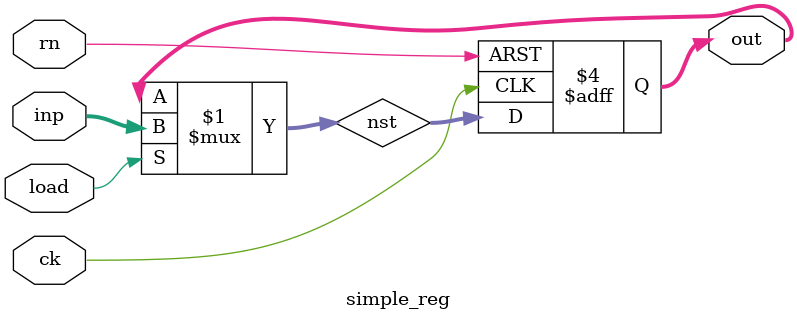
<source format=v>
module simple_reg ( load , inp , out , ck , rn ) ;

parameter N = 4;

input load, ck, rn ;
input [N-1:0] inp ;
output [N-1:0] out ;

reg [N-1:0] out ; // þimdiki durum her zaman çýktýya eþit olur
wire [N-1:0] nst ;

// load=1 ise load kütüðünü inp ile yükle. Aksi halde birþsey yapma
assign nst = load ? inp : out ;
// hafýzayý tanýmla (sonraki durum ile çýktý)
always @ ( posedge ck or negedge rn )
if ( !rn ) out <= 0 ;
else out <= nst ;
endmodule



</source>
